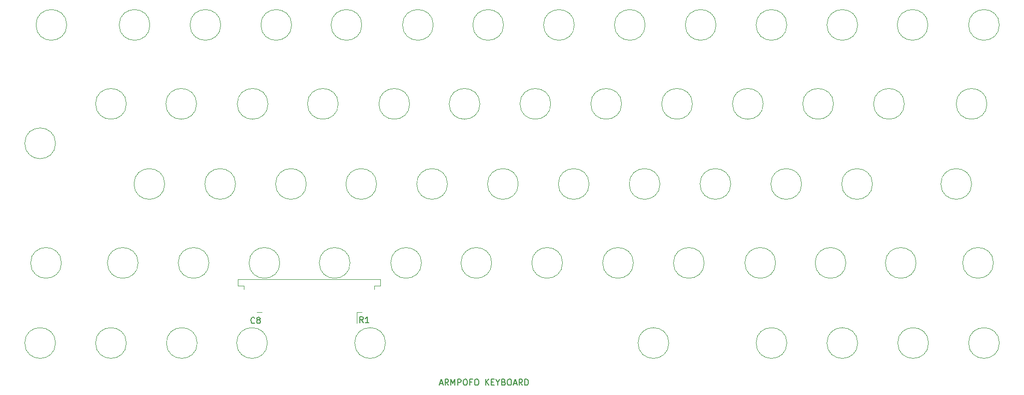
<source format=gto>
G04 #@! TF.GenerationSoftware,KiCad,Pcbnew,5.1.8+dfsg1-1~bpo10+1*
G04 #@! TF.CreationDate,2020-11-24T20:00:48+01:00*
G04 #@! TF.ProjectId,armpofo_keyboard,61726d70-6f66-46f5-9f6b-6579626f6172,rev?*
G04 #@! TF.SameCoordinates,Original*
G04 #@! TF.FileFunction,Legend,Top*
G04 #@! TF.FilePolarity,Positive*
%FSLAX46Y46*%
G04 Gerber Fmt 4.6, Leading zero omitted, Abs format (unit mm)*
G04 Created by KiCad (PCBNEW 5.1.8+dfsg1-1~bpo10+1) date 2020-11-24 20:00:48*
%MOMM*%
%LPD*%
G01*
G04 APERTURE LIST*
%ADD10C,0.150000*%
%ADD11C,0.120000*%
G04 APERTURE END LIST*
D10*
X46533333Y-60657143D02*
X46485714Y-60704762D01*
X46342857Y-60752381D01*
X46247619Y-60752381D01*
X46104761Y-60704762D01*
X46009523Y-60609524D01*
X45961904Y-60514286D01*
X45914285Y-60323810D01*
X45914285Y-60180953D01*
X45961904Y-59990477D01*
X46009523Y-59895239D01*
X46104761Y-59800000D01*
X46247619Y-59752381D01*
X46342857Y-59752381D01*
X46485714Y-59800000D01*
X46533333Y-59847620D01*
X47104761Y-60180953D02*
X47009523Y-60133334D01*
X46961904Y-60085715D01*
X46914285Y-59990477D01*
X46914285Y-59942858D01*
X46961904Y-59847620D01*
X47009523Y-59800000D01*
X47104761Y-59752381D01*
X47295238Y-59752381D01*
X47390476Y-59800000D01*
X47438095Y-59847620D01*
X47485714Y-59942858D01*
X47485714Y-59990477D01*
X47438095Y-60085715D01*
X47390476Y-60133334D01*
X47295238Y-60180953D01*
X47104761Y-60180953D01*
X47009523Y-60228572D01*
X46961904Y-60276191D01*
X46914285Y-60371429D01*
X46914285Y-60561905D01*
X46961904Y-60657143D01*
X47009523Y-60704762D01*
X47104761Y-60752381D01*
X47295238Y-60752381D01*
X47390476Y-60704762D01*
X47438095Y-60657143D01*
X47485714Y-60561905D01*
X47485714Y-60371429D01*
X47438095Y-60276191D01*
X47390476Y-60228572D01*
X47295238Y-60180953D01*
X64933333Y-60652381D02*
X64600000Y-60176191D01*
X64361904Y-60652381D02*
X64361904Y-59652381D01*
X64742857Y-59652381D01*
X64838095Y-59700000D01*
X64885714Y-59747620D01*
X64933333Y-59842858D01*
X64933333Y-59985715D01*
X64885714Y-60080953D01*
X64838095Y-60128572D01*
X64742857Y-60176191D01*
X64361904Y-60176191D01*
X65885714Y-60652381D02*
X65314285Y-60652381D01*
X65600000Y-60652381D02*
X65600000Y-59652381D01*
X65504761Y-59795239D01*
X65409523Y-59890477D01*
X65314285Y-59938096D01*
X77900000Y-70966667D02*
X78376190Y-70966667D01*
X77804761Y-71252381D02*
X78138095Y-70252381D01*
X78471428Y-71252381D01*
X79376190Y-71252381D02*
X79042857Y-70776191D01*
X78804761Y-71252381D02*
X78804761Y-70252381D01*
X79185714Y-70252381D01*
X79280952Y-70300000D01*
X79328571Y-70347620D01*
X79376190Y-70442858D01*
X79376190Y-70585715D01*
X79328571Y-70680953D01*
X79280952Y-70728572D01*
X79185714Y-70776191D01*
X78804761Y-70776191D01*
X79804761Y-71252381D02*
X79804761Y-70252381D01*
X80138095Y-70966667D01*
X80471428Y-70252381D01*
X80471428Y-71252381D01*
X80947619Y-71252381D02*
X80947619Y-70252381D01*
X81328571Y-70252381D01*
X81423809Y-70300000D01*
X81471428Y-70347620D01*
X81519047Y-70442858D01*
X81519047Y-70585715D01*
X81471428Y-70680953D01*
X81423809Y-70728572D01*
X81328571Y-70776191D01*
X80947619Y-70776191D01*
X82138095Y-70252381D02*
X82328571Y-70252381D01*
X82423809Y-70300000D01*
X82519047Y-70395239D01*
X82566666Y-70585715D01*
X82566666Y-70919048D01*
X82519047Y-71109524D01*
X82423809Y-71204762D01*
X82328571Y-71252381D01*
X82138095Y-71252381D01*
X82042857Y-71204762D01*
X81947619Y-71109524D01*
X81900000Y-70919048D01*
X81900000Y-70585715D01*
X81947619Y-70395239D01*
X82042857Y-70300000D01*
X82138095Y-70252381D01*
X83328571Y-70728572D02*
X82995238Y-70728572D01*
X82995238Y-71252381D02*
X82995238Y-70252381D01*
X83471428Y-70252381D01*
X84042857Y-70252381D02*
X84233333Y-70252381D01*
X84328571Y-70300000D01*
X84423809Y-70395239D01*
X84471428Y-70585715D01*
X84471428Y-70919048D01*
X84423809Y-71109524D01*
X84328571Y-71204762D01*
X84233333Y-71252381D01*
X84042857Y-71252381D01*
X83947619Y-71204762D01*
X83852380Y-71109524D01*
X83804761Y-70919048D01*
X83804761Y-70585715D01*
X83852380Y-70395239D01*
X83947619Y-70300000D01*
X84042857Y-70252381D01*
X85661904Y-71252381D02*
X85661904Y-70252381D01*
X86233333Y-71252381D02*
X85804761Y-70680953D01*
X86233333Y-70252381D02*
X85661904Y-70823810D01*
X86661904Y-70728572D02*
X86995238Y-70728572D01*
X87138095Y-71252381D02*
X86661904Y-71252381D01*
X86661904Y-70252381D01*
X87138095Y-70252381D01*
X87757142Y-70776191D02*
X87757142Y-71252381D01*
X87423809Y-70252381D02*
X87757142Y-70776191D01*
X88090476Y-70252381D01*
X88757142Y-70728572D02*
X88900000Y-70776191D01*
X88947619Y-70823810D01*
X88995238Y-70919048D01*
X88995238Y-71061905D01*
X88947619Y-71157143D01*
X88900000Y-71204762D01*
X88804761Y-71252381D01*
X88423809Y-71252381D01*
X88423809Y-70252381D01*
X88757142Y-70252381D01*
X88852380Y-70300000D01*
X88900000Y-70347620D01*
X88947619Y-70442858D01*
X88947619Y-70538096D01*
X88900000Y-70633334D01*
X88852380Y-70680953D01*
X88757142Y-70728572D01*
X88423809Y-70728572D01*
X89614285Y-70252381D02*
X89804761Y-70252381D01*
X89900000Y-70300000D01*
X89995238Y-70395239D01*
X90042857Y-70585715D01*
X90042857Y-70919048D01*
X89995238Y-71109524D01*
X89900000Y-71204762D01*
X89804761Y-71252381D01*
X89614285Y-71252381D01*
X89519047Y-71204762D01*
X89423809Y-71109524D01*
X89376190Y-70919048D01*
X89376190Y-70585715D01*
X89423809Y-70395239D01*
X89519047Y-70300000D01*
X89614285Y-70252381D01*
X90423809Y-70966667D02*
X90900000Y-70966667D01*
X90328571Y-71252381D02*
X90661904Y-70252381D01*
X90995238Y-71252381D01*
X91900000Y-71252381D02*
X91566666Y-70776191D01*
X91328571Y-71252381D02*
X91328571Y-70252381D01*
X91709523Y-70252381D01*
X91804761Y-70300000D01*
X91852380Y-70347620D01*
X91900000Y-70442858D01*
X91900000Y-70585715D01*
X91852380Y-70680953D01*
X91804761Y-70728572D01*
X91709523Y-70776191D01*
X91328571Y-70776191D01*
X92328571Y-71252381D02*
X92328571Y-70252381D01*
X92566666Y-70252381D01*
X92709523Y-70300000D01*
X92804761Y-70395239D01*
X92852380Y-70490477D01*
X92900000Y-70680953D01*
X92900000Y-70823810D01*
X92852380Y-71014286D01*
X92804761Y-71109524D01*
X92709523Y-71204762D01*
X92566666Y-71252381D01*
X92328571Y-71252381D01*
D11*
G04 #@! TO.C,SW36*
X103206596Y-37100000D02*
G75*
G03*
X103206596Y-37100000I-2606596J0D01*
G01*
G04 #@! TO.C,SW1*
X14706596Y-10100000D02*
G75*
G03*
X14706596Y-10100000I-2606596J0D01*
G01*
G04 #@! TO.C,SW2*
X28806596Y-10100000D02*
G75*
G03*
X28806596Y-10100000I-2606596J0D01*
G01*
G04 #@! TO.C,SW3*
X40806596Y-10100000D02*
G75*
G03*
X40806596Y-10100000I-2606596J0D01*
G01*
G04 #@! TO.C,SW4*
X52806596Y-10100000D02*
G75*
G03*
X52806596Y-10100000I-2606596J0D01*
G01*
G04 #@! TO.C,SW5*
X64706596Y-10100000D02*
G75*
G03*
X64706596Y-10100000I-2606596J0D01*
G01*
G04 #@! TO.C,SW6*
X76806596Y-10100000D02*
G75*
G03*
X76806596Y-10100000I-2606596J0D01*
G01*
G04 #@! TO.C,SW7*
X88706596Y-10100000D02*
G75*
G03*
X88706596Y-10100000I-2606596J0D01*
G01*
G04 #@! TO.C,SW8*
X100706596Y-10100000D02*
G75*
G03*
X100706596Y-10100000I-2606596J0D01*
G01*
G04 #@! TO.C,SW9*
X112706596Y-10100000D02*
G75*
G03*
X112706596Y-10100000I-2606596J0D01*
G01*
G04 #@! TO.C,SW10*
X124706596Y-10100000D02*
G75*
G03*
X124706596Y-10100000I-2606596J0D01*
G01*
G04 #@! TO.C,SW11*
X136706596Y-10100000D02*
G75*
G03*
X136706596Y-10100000I-2606596J0D01*
G01*
G04 #@! TO.C,SW12*
X148706596Y-10100000D02*
G75*
G03*
X148706596Y-10100000I-2606596J0D01*
G01*
G04 #@! TO.C,SW13*
X160606596Y-10100000D02*
G75*
G03*
X160606596Y-10100000I-2606596J0D01*
G01*
G04 #@! TO.C,SW14*
X172706596Y-10100000D02*
G75*
G03*
X172706596Y-10100000I-2606596J0D01*
G01*
G04 #@! TO.C,SW15*
X24806596Y-23500000D02*
G75*
G03*
X24806596Y-23500000I-2606596J0D01*
G01*
G04 #@! TO.C,SW16*
X36706596Y-23500000D02*
G75*
G03*
X36706596Y-23500000I-2606596J0D01*
G01*
G04 #@! TO.C,SW17*
X48806596Y-23500000D02*
G75*
G03*
X48806596Y-23500000I-2606596J0D01*
G01*
G04 #@! TO.C,SW18*
X60706596Y-23500000D02*
G75*
G03*
X60706596Y-23500000I-2606596J0D01*
G01*
G04 #@! TO.C,SW19*
X72806596Y-23500000D02*
G75*
G03*
X72806596Y-23500000I-2606596J0D01*
G01*
G04 #@! TO.C,SW20*
X84706596Y-23500000D02*
G75*
G03*
X84706596Y-23500000I-2606596J0D01*
G01*
G04 #@! TO.C,SW21*
X96706596Y-23500000D02*
G75*
G03*
X96706596Y-23500000I-2606596J0D01*
G01*
G04 #@! TO.C,SW22*
X108706596Y-23500000D02*
G75*
G03*
X108706596Y-23500000I-2606596J0D01*
G01*
G04 #@! TO.C,SW23*
X120706596Y-23500000D02*
G75*
G03*
X120706596Y-23500000I-2606596J0D01*
G01*
G04 #@! TO.C,SW24*
X132706596Y-23500000D02*
G75*
G03*
X132706596Y-23500000I-2606596J0D01*
G01*
G04 #@! TO.C,SW25*
X144606596Y-23500000D02*
G75*
G03*
X144606596Y-23500000I-2606596J0D01*
G01*
G04 #@! TO.C,SW26*
X156606596Y-23500000D02*
G75*
G03*
X156606596Y-23500000I-2606596J0D01*
G01*
G04 #@! TO.C,SW27*
X170606596Y-23500000D02*
G75*
G03*
X170606596Y-23500000I-2606596J0D01*
G01*
G04 #@! TO.C,SW28*
X12806596Y-30200000D02*
G75*
G03*
X12806596Y-30200000I-2606596J0D01*
G01*
G04 #@! TO.C,SW29*
X168006596Y-37100000D02*
G75*
G03*
X168006596Y-37100000I-2606596J0D01*
G01*
G04 #@! TO.C,SW30*
X31306596Y-37100000D02*
G75*
G03*
X31306596Y-37100000I-2606596J0D01*
G01*
G04 #@! TO.C,SW31*
X43306596Y-37100000D02*
G75*
G03*
X43306596Y-37100000I-2606596J0D01*
G01*
G04 #@! TO.C,SW32*
X55306596Y-37100000D02*
G75*
G03*
X55306596Y-37100000I-2606596J0D01*
G01*
G04 #@! TO.C,SW33*
X67206596Y-37100000D02*
G75*
G03*
X67206596Y-37100000I-2606596J0D01*
G01*
G04 #@! TO.C,SW34*
X79206596Y-37100000D02*
G75*
G03*
X79206596Y-37100000I-2606596J0D01*
G01*
G04 #@! TO.C,SW35*
X91206596Y-37100000D02*
G75*
G03*
X91206596Y-37100000I-2606596J0D01*
G01*
G04 #@! TO.C,SW37*
X115206596Y-37100000D02*
G75*
G03*
X115206596Y-37100000I-2606596J0D01*
G01*
G04 #@! TO.C,SW38*
X127206596Y-37100000D02*
G75*
G03*
X127206596Y-37100000I-2606596J0D01*
G01*
G04 #@! TO.C,SW39*
X139206596Y-37100000D02*
G75*
G03*
X139206596Y-37100000I-2606596J0D01*
G01*
G04 #@! TO.C,SW40*
X151206596Y-37100000D02*
G75*
G03*
X151206596Y-37100000I-2606596J0D01*
G01*
G04 #@! TO.C,SW41*
X13806596Y-50500000D02*
G75*
G03*
X13806596Y-50500000I-2606596J0D01*
G01*
G04 #@! TO.C,SW42*
X26806596Y-50500000D02*
G75*
G03*
X26806596Y-50500000I-2606596J0D01*
G01*
G04 #@! TO.C,SW43*
X38806596Y-50500000D02*
G75*
G03*
X38806596Y-50500000I-2606596J0D01*
G01*
G04 #@! TO.C,SW44*
X50806596Y-50500000D02*
G75*
G03*
X50806596Y-50500000I-2606596J0D01*
G01*
G04 #@! TO.C,SW45*
X62706596Y-50500000D02*
G75*
G03*
X62706596Y-50500000I-2606596J0D01*
G01*
G04 #@! TO.C,SW46*
X74806596Y-50500000D02*
G75*
G03*
X74806596Y-50500000I-2606596J0D01*
G01*
G04 #@! TO.C,SW47*
X86706596Y-50500000D02*
G75*
G03*
X86706596Y-50500000I-2606596J0D01*
G01*
G04 #@! TO.C,SW48*
X98706596Y-50500000D02*
G75*
G03*
X98706596Y-50500000I-2606596J0D01*
G01*
G04 #@! TO.C,SW49*
X110706596Y-50500000D02*
G75*
G03*
X110706596Y-50500000I-2606596J0D01*
G01*
G04 #@! TO.C,SW50*
X122706596Y-50500000D02*
G75*
G03*
X122706596Y-50500000I-2606596J0D01*
G01*
G04 #@! TO.C,SW51*
X134806596Y-50500000D02*
G75*
G03*
X134806596Y-50500000I-2606596J0D01*
G01*
G04 #@! TO.C,SW52*
X146706596Y-50500000D02*
G75*
G03*
X146706596Y-50500000I-2606596J0D01*
G01*
G04 #@! TO.C,SW53*
X158606596Y-50500000D02*
G75*
G03*
X158606596Y-50500000I-2606596J0D01*
G01*
G04 #@! TO.C,SW54*
X171706596Y-50500000D02*
G75*
G03*
X171706596Y-50500000I-2606596J0D01*
G01*
G04 #@! TO.C,SW55*
X12806596Y-64100000D02*
G75*
G03*
X12806596Y-64100000I-2606596J0D01*
G01*
G04 #@! TO.C,SW56*
X24806596Y-64100000D02*
G75*
G03*
X24806596Y-64100000I-2606596J0D01*
G01*
G04 #@! TO.C,SW57*
X36806596Y-64100000D02*
G75*
G03*
X36806596Y-64100000I-2606596J0D01*
G01*
G04 #@! TO.C,SW58*
X48706596Y-64100000D02*
G75*
G03*
X48706596Y-64100000I-2606596J0D01*
G01*
G04 #@! TO.C,SW59*
X68706596Y-64100000D02*
G75*
G03*
X68706596Y-64100000I-2606596J0D01*
G01*
G04 #@! TO.C,SW60*
X116706596Y-64100000D02*
G75*
G03*
X116706596Y-64100000I-2606596J0D01*
G01*
G04 #@! TO.C,SW61*
X136706596Y-64100000D02*
G75*
G03*
X136706596Y-64100000I-2606596J0D01*
G01*
G04 #@! TO.C,SW62*
X148706596Y-64100000D02*
G75*
G03*
X148706596Y-64100000I-2606596J0D01*
G01*
G04 #@! TO.C,SW63*
X160706596Y-64100000D02*
G75*
G03*
X160706596Y-64100000I-2606596J0D01*
G01*
G04 #@! TO.C,SW64*
X172706596Y-64100000D02*
G75*
G03*
X172706596Y-64100000I-2606596J0D01*
G01*
G04 #@! TO.C,J1*
X47735000Y-58910000D02*
X46910000Y-58910000D01*
X63865000Y-58910000D02*
X63865000Y-60710000D01*
X64690000Y-58910000D02*
X63865000Y-58910000D01*
X66845000Y-54400000D02*
X66845000Y-54940000D01*
X67870000Y-54400000D02*
X66845000Y-54400000D01*
X67870000Y-53290000D02*
X67870000Y-54400000D01*
X43730000Y-53290000D02*
X67870000Y-53290000D01*
X43730000Y-54400000D02*
X43730000Y-53290000D01*
X44755000Y-54400000D02*
X43730000Y-54400000D01*
X44755000Y-54940000D02*
X44755000Y-54400000D01*
G04 #@! TD*
M02*

</source>
